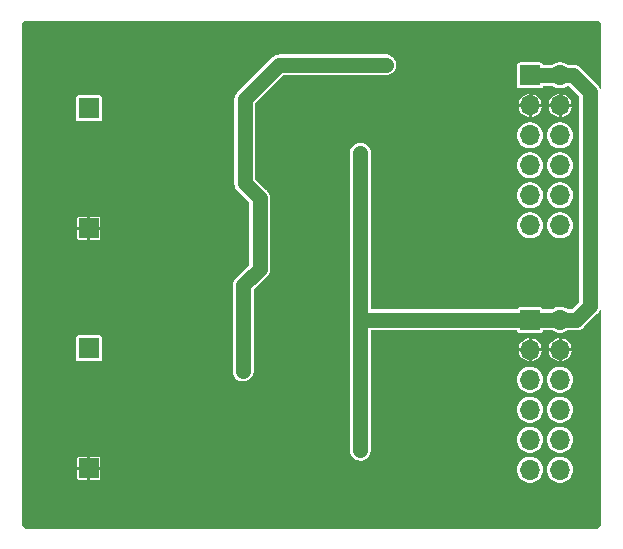
<source format=gbr>
G04 #@! TF.GenerationSoftware,KiCad,Pcbnew,7.0.6*
G04 #@! TF.CreationDate,2023-08-11T00:36:40+02:00*
G04 #@! TF.ProjectId,ADS868_Test,41445338-3638-45f5-9465-73742e6b6963,rev?*
G04 #@! TF.SameCoordinates,Original*
G04 #@! TF.FileFunction,Copper,L2,Bot*
G04 #@! TF.FilePolarity,Positive*
%FSLAX46Y46*%
G04 Gerber Fmt 4.6, Leading zero omitted, Abs format (unit mm)*
G04 Created by KiCad (PCBNEW 7.0.6) date 2023-08-11 00:36:40*
%MOMM*%
%LPD*%
G01*
G04 APERTURE LIST*
G04 #@! TA.AperFunction,ComponentPad*
%ADD10R,1.700000X1.700000*%
G04 #@! TD*
G04 #@! TA.AperFunction,ComponentPad*
%ADD11O,1.700000X1.700000*%
G04 #@! TD*
G04 #@! TA.AperFunction,ViaPad*
%ADD12C,0.500000*%
G04 #@! TD*
G04 #@! TA.AperFunction,Conductor*
%ADD13C,1.247000*%
G04 #@! TD*
G04 APERTURE END LIST*
D10*
G04 #@! TO.P,J105,1,Pin_1*
G04 #@! TO.N,+3V3*
X141500000Y-55630000D03*
D11*
G04 #@! TO.P,J105,2,Pin_2*
X144040000Y-55630000D03*
G04 #@! TO.P,J105,3,Pin_3*
G04 #@! TO.N,GND*
X141500000Y-58170000D03*
G04 #@! TO.P,J105,4,Pin_4*
X144040000Y-58170000D03*
G04 #@! TO.P,J105,5,Pin_5*
G04 #@! TO.N,/ADC1_RVS*
X141500000Y-60710000D03*
G04 #@! TO.P,J105,6,Pin_6*
G04 #@! TO.N,/ADC1_SDO-1*
X144040000Y-60710000D03*
G04 #@! TO.P,J105,7,Pin_7*
G04 #@! TO.N,/ADC1_SDO-0*
X141500000Y-63250000D03*
G04 #@! TO.P,J105,8,Pin_8*
G04 #@! TO.N,/ADC1_SCLK*
X144040000Y-63250000D03*
G04 #@! TO.P,J105,9,Pin_9*
G04 #@! TO.N,/ADC1_~{CS}*
X141500000Y-65790000D03*
G04 #@! TO.P,J105,10,Pin_10*
G04 #@! TO.N,/ADC1_SDI*
X144040000Y-65790000D03*
G04 #@! TO.P,J105,11,Pin_11*
G04 #@! TO.N,unconnected-(J105-Pin_11-Pad11)*
X141500000Y-68330000D03*
G04 #@! TO.P,J105,12,Pin_12*
G04 #@! TO.N,unconnected-(J105-Pin_12-Pad12)*
X144040000Y-68330000D03*
G04 #@! TD*
D10*
G04 #@! TO.P,J101,1,Pin_1*
G04 #@! TO.N,Net-(J101-Pin_1)*
X104140000Y-58420000D03*
G04 #@! TD*
G04 #@! TO.P,J104,1,Pin_1*
G04 #@! TO.N,GND*
X104140000Y-88900000D03*
G04 #@! TD*
G04 #@! TO.P,J106,1,Pin_1*
G04 #@! TO.N,+3V3*
X141500000Y-76320000D03*
D11*
G04 #@! TO.P,J106,2,Pin_2*
X144040000Y-76320000D03*
G04 #@! TO.P,J106,3,Pin_3*
G04 #@! TO.N,GND*
X141500000Y-78860000D03*
G04 #@! TO.P,J106,4,Pin_4*
X144040000Y-78860000D03*
G04 #@! TO.P,J106,5,Pin_5*
G04 #@! TO.N,/ADC2_RVS*
X141500000Y-81400000D03*
G04 #@! TO.P,J106,6,Pin_6*
G04 #@! TO.N,/ADC2_SDO-1*
X144040000Y-81400000D03*
G04 #@! TO.P,J106,7,Pin_7*
G04 #@! TO.N,/ADC2_SDO-0*
X141500000Y-83940000D03*
G04 #@! TO.P,J106,8,Pin_8*
G04 #@! TO.N,/ADC2_SCLK*
X144040000Y-83940000D03*
G04 #@! TO.P,J106,9,Pin_9*
G04 #@! TO.N,/ADC2_~{CS}*
X141500000Y-86480000D03*
G04 #@! TO.P,J106,10,Pin_10*
G04 #@! TO.N,/ADC2_SDI*
X144040000Y-86480000D03*
G04 #@! TO.P,J106,11,Pin_11*
G04 #@! TO.N,unconnected-(J106-Pin_11-Pad11)*
X141500000Y-89020000D03*
G04 #@! TO.P,J106,12,Pin_12*
G04 #@! TO.N,unconnected-(J106-Pin_12-Pad12)*
X144040000Y-89020000D03*
G04 #@! TD*
D10*
G04 #@! TO.P,J103,1,Pin_1*
G04 #@! TO.N,Net-(J103-Pin_1)*
X104140000Y-78740000D03*
G04 #@! TD*
G04 #@! TO.P,J102,1,Pin_1*
G04 #@! TO.N,GND*
X104140000Y-68580000D03*
G04 #@! TD*
D12*
G04 #@! TO.N,+5V*
X129286000Y-54737000D03*
X117348000Y-63881000D03*
G04 #@! TO.N,GND*
X130937000Y-56515000D03*
X135255000Y-56515000D03*
G04 #@! TO.N,+3V3*
X127127000Y-62230000D03*
X127127000Y-70358000D03*
G04 #@! TO.N,+5V*
X117203000Y-80663000D03*
G04 #@! TO.N,+3V3*
X127127000Y-79121000D03*
X127127000Y-87376000D03*
G04 #@! TO.N,GND*
X117000000Y-68800000D03*
X120015000Y-63246000D03*
X120015000Y-64516000D03*
X120015000Y-65786000D03*
X120142000Y-80137000D03*
X120142000Y-81407000D03*
X120142000Y-82677000D03*
X118200000Y-85800000D03*
G04 #@! TD*
D13*
G04 #@! TO.N,+5V*
X117203000Y-80663000D02*
X117221000Y-80645000D01*
X117221000Y-80645000D02*
X117221000Y-73406000D01*
X117221000Y-73406000D02*
X118618000Y-72009000D01*
X118618000Y-72009000D02*
X118618000Y-66040000D01*
X118618000Y-66040000D02*
X117348000Y-64770000D01*
X117348000Y-64770000D02*
X117348000Y-63881000D01*
X129286000Y-54737000D02*
X120269000Y-54737000D01*
X120269000Y-54737000D02*
X117348000Y-57658000D01*
X117348000Y-57658000D02*
X117348000Y-63881000D01*
G04 #@! TO.N,+3V3*
X144040000Y-76320000D02*
X145422000Y-76320000D01*
X145422000Y-76320000D02*
X146558000Y-75184000D01*
X146558000Y-75184000D02*
X146558000Y-57023000D01*
X146558000Y-57023000D02*
X145165000Y-55630000D01*
X145165000Y-55630000D02*
X144040000Y-55630000D01*
X144040000Y-55630000D02*
X141500000Y-55630000D01*
X127127000Y-79121000D02*
X127127000Y-76200000D01*
X127127000Y-76200000D02*
X127127000Y-70358000D01*
X144040000Y-76320000D02*
X127247000Y-76320000D01*
X127247000Y-76320000D02*
X127127000Y-76200000D01*
X127127000Y-70358000D02*
X127127000Y-62230000D01*
X127127000Y-87376000D02*
X127127000Y-79121000D01*
G04 #@! TD*
G04 #@! TA.AperFunction,Conductor*
G04 #@! TO.N,GND*
G36*
X147264306Y-51018306D02*
G01*
X147481694Y-51235694D01*
X147500000Y-51279888D01*
X147500000Y-56687770D01*
X147481694Y-56731964D01*
X147437500Y-56750270D01*
X147393306Y-56731964D01*
X147378272Y-56707727D01*
X147359550Y-56652164D01*
X147356418Y-56646959D01*
X147351304Y-56636287D01*
X147349213Y-56630594D01*
X147304192Y-56560159D01*
X147303078Y-56558307D01*
X147261092Y-56488525D01*
X147261090Y-56488522D01*
X147256916Y-56484115D01*
X147249633Y-56474799D01*
X147246365Y-56469687D01*
X147246361Y-56469682D01*
X147246360Y-56469680D01*
X147187236Y-56410556D01*
X147129757Y-56349875D01*
X147124731Y-56346468D01*
X147115612Y-56338932D01*
X145811977Y-55035298D01*
X145810256Y-55033432D01*
X145772360Y-54988817D01*
X145705797Y-54938217D01*
X145640651Y-54885851D01*
X145640649Y-54885850D01*
X145635206Y-54883150D01*
X145625161Y-54876919D01*
X145620325Y-54873243D01*
X145544455Y-54838142D01*
X145469561Y-54800997D01*
X145469556Y-54800996D01*
X145463659Y-54799529D01*
X145452508Y-54795603D01*
X145447002Y-54793056D01*
X145447000Y-54793055D01*
X145365361Y-54775084D01*
X145284227Y-54754907D01*
X145278156Y-54754743D01*
X145266418Y-54753305D01*
X145260489Y-54752000D01*
X145260488Y-54752000D01*
X145176891Y-54752000D01*
X145174742Y-54751941D01*
X145093324Y-54749735D01*
X145093322Y-54749736D01*
X145087361Y-54750880D01*
X145075582Y-54752000D01*
X144737851Y-54752000D01*
X144704949Y-54742639D01*
X144534427Y-54637056D01*
X144534425Y-54637055D01*
X144429781Y-54596516D01*
X144343556Y-54563112D01*
X144343553Y-54563111D01*
X144343552Y-54563111D01*
X144142351Y-54525500D01*
X144142347Y-54525500D01*
X143937653Y-54525500D01*
X143937648Y-54525500D01*
X143736447Y-54563111D01*
X143545574Y-54637055D01*
X143475092Y-54680696D01*
X143389498Y-54733694D01*
X143375051Y-54742639D01*
X143342149Y-54752000D01*
X142655208Y-54752000D01*
X142611014Y-54733694D01*
X142593909Y-54701691D01*
X142589734Y-54680701D01*
X142589734Y-54680699D01*
X142589732Y-54680696D01*
X142533484Y-54596515D01*
X142449302Y-54540266D01*
X142449300Y-54540265D01*
X142375067Y-54525500D01*
X140624935Y-54525500D01*
X140624931Y-54525501D01*
X140550700Y-54540265D01*
X140550696Y-54540267D01*
X140466515Y-54596515D01*
X140410266Y-54680697D01*
X140410265Y-54680699D01*
X140395500Y-54754932D01*
X140395500Y-56505064D01*
X140395501Y-56505068D01*
X140410265Y-56579299D01*
X140410267Y-56579303D01*
X140466515Y-56663484D01*
X140550697Y-56719733D01*
X140550699Y-56719734D01*
X140624933Y-56734500D01*
X142375066Y-56734499D01*
X142449301Y-56719734D01*
X142533484Y-56663484D01*
X142589734Y-56579301D01*
X142593910Y-56558306D01*
X142620486Y-56518533D01*
X142655209Y-56508000D01*
X143342149Y-56508000D01*
X143375050Y-56517360D01*
X143545573Y-56622944D01*
X143736444Y-56696888D01*
X143937653Y-56734500D01*
X143937656Y-56734500D01*
X144142344Y-56734500D01*
X144142347Y-56734500D01*
X144343556Y-56696888D01*
X144534427Y-56622944D01*
X144704949Y-56517360D01*
X144737851Y-56508000D01*
X144775432Y-56508000D01*
X144819626Y-56526306D01*
X145661694Y-57368373D01*
X145680000Y-57412567D01*
X145680000Y-74794432D01*
X145661694Y-74838626D01*
X145076627Y-75423694D01*
X145032433Y-75442000D01*
X144737851Y-75442000D01*
X144704949Y-75432639D01*
X144703056Y-75431467D01*
X144534427Y-75327056D01*
X144534425Y-75327055D01*
X144429781Y-75286516D01*
X144343556Y-75253112D01*
X144343553Y-75253111D01*
X144343552Y-75253111D01*
X144142351Y-75215500D01*
X144142347Y-75215500D01*
X143937653Y-75215500D01*
X143937648Y-75215500D01*
X143736447Y-75253111D01*
X143545574Y-75327055D01*
X143475092Y-75370696D01*
X143389498Y-75423694D01*
X143375051Y-75432639D01*
X143342149Y-75442000D01*
X142655208Y-75442000D01*
X142611014Y-75423694D01*
X142593909Y-75391691D01*
X142589734Y-75370701D01*
X142589734Y-75370699D01*
X142589732Y-75370696D01*
X142533484Y-75286515D01*
X142449302Y-75230266D01*
X142449300Y-75230265D01*
X142375067Y-75215500D01*
X140624935Y-75215500D01*
X140624931Y-75215501D01*
X140550700Y-75230265D01*
X140550696Y-75230267D01*
X140466515Y-75286515D01*
X140410266Y-75370697D01*
X140410265Y-75370699D01*
X140406090Y-75391693D01*
X140379514Y-75431467D01*
X140344791Y-75442000D01*
X128067500Y-75442000D01*
X128023306Y-75423694D01*
X128005000Y-75379500D01*
X128005000Y-68330004D01*
X140390768Y-68330004D01*
X140409653Y-68533813D01*
X140409655Y-68533825D01*
X140465671Y-68730701D01*
X140465672Y-68730701D01*
X140556912Y-68913935D01*
X140556913Y-68913936D01*
X140556915Y-68913940D01*
X140680259Y-69077275D01*
X140680264Y-69077280D01*
X140680268Y-69077285D01*
X140782870Y-69170819D01*
X140831533Y-69215182D01*
X140831534Y-69215183D01*
X140831538Y-69215186D01*
X141005573Y-69322944D01*
X141196444Y-69396888D01*
X141397653Y-69434500D01*
X141397656Y-69434500D01*
X141602344Y-69434500D01*
X141602347Y-69434500D01*
X141803556Y-69396888D01*
X141994427Y-69322944D01*
X142168462Y-69215186D01*
X142319732Y-69077285D01*
X142443088Y-68913935D01*
X142534328Y-68730701D01*
X142590345Y-68533821D01*
X142590346Y-68533813D01*
X142609232Y-68330004D01*
X142930768Y-68330004D01*
X142949653Y-68533813D01*
X142949655Y-68533825D01*
X143005672Y-68730701D01*
X143096912Y-68913935D01*
X143096913Y-68913936D01*
X143096915Y-68913940D01*
X143220259Y-69077275D01*
X143220264Y-69077280D01*
X143220268Y-69077285D01*
X143322870Y-69170819D01*
X143371533Y-69215182D01*
X143371534Y-69215183D01*
X143371538Y-69215186D01*
X143545573Y-69322944D01*
X143736444Y-69396888D01*
X143937653Y-69434500D01*
X143937656Y-69434500D01*
X144142344Y-69434500D01*
X144142347Y-69434500D01*
X144343556Y-69396888D01*
X144534427Y-69322944D01*
X144708462Y-69215186D01*
X144859732Y-69077285D01*
X144983088Y-68913935D01*
X145074328Y-68730701D01*
X145130345Y-68533821D01*
X145130346Y-68533813D01*
X145149232Y-68330004D01*
X145149232Y-68329995D01*
X145130346Y-68126186D01*
X145130344Y-68126174D01*
X145109542Y-68053066D01*
X145074328Y-67929299D01*
X144983088Y-67746065D01*
X144983085Y-67746061D01*
X144983084Y-67746059D01*
X144859740Y-67582724D01*
X144859735Y-67582719D01*
X144859732Y-67582715D01*
X144764834Y-67496204D01*
X144708466Y-67444817D01*
X144708463Y-67444815D01*
X144708462Y-67444814D01*
X144534427Y-67337056D01*
X144534425Y-67337055D01*
X144478948Y-67315563D01*
X144343556Y-67263112D01*
X144343553Y-67263111D01*
X144343552Y-67263111D01*
X144142351Y-67225500D01*
X144142347Y-67225500D01*
X143937653Y-67225500D01*
X143937648Y-67225500D01*
X143736447Y-67263111D01*
X143545574Y-67337055D01*
X143371533Y-67444817D01*
X143220266Y-67582717D01*
X143220259Y-67582724D01*
X143096915Y-67746059D01*
X143096912Y-67746065D01*
X143005672Y-67929298D01*
X142949655Y-68126174D01*
X142949653Y-68126186D01*
X142930768Y-68329995D01*
X142930768Y-68330004D01*
X142609232Y-68330004D01*
X142609232Y-68329995D01*
X142590346Y-68126186D01*
X142590344Y-68126174D01*
X142569542Y-68053066D01*
X142534328Y-67929299D01*
X142443088Y-67746065D01*
X142443085Y-67746061D01*
X142443084Y-67746059D01*
X142319740Y-67582724D01*
X142319735Y-67582719D01*
X142319732Y-67582715D01*
X142224834Y-67496204D01*
X142168466Y-67444817D01*
X142168463Y-67444815D01*
X142168462Y-67444814D01*
X141994427Y-67337056D01*
X141994425Y-67337055D01*
X141938948Y-67315563D01*
X141803556Y-67263112D01*
X141803553Y-67263111D01*
X141803552Y-67263111D01*
X141602351Y-67225500D01*
X141602347Y-67225500D01*
X141397653Y-67225500D01*
X141397648Y-67225500D01*
X141196447Y-67263111D01*
X141005574Y-67337055D01*
X140831533Y-67444817D01*
X140680266Y-67582717D01*
X140680259Y-67582724D01*
X140556915Y-67746059D01*
X140556912Y-67746065D01*
X140465672Y-67929298D01*
X140409655Y-68126174D01*
X140409653Y-68126186D01*
X140390768Y-68329995D01*
X140390768Y-68330004D01*
X128005000Y-68330004D01*
X128005000Y-65790004D01*
X140390768Y-65790004D01*
X140409653Y-65993813D01*
X140409655Y-65993825D01*
X140465671Y-66190701D01*
X140465672Y-66190701D01*
X140556912Y-66373935D01*
X140556913Y-66373936D01*
X140556915Y-66373940D01*
X140680259Y-66537275D01*
X140680264Y-66537280D01*
X140680268Y-66537285D01*
X140782870Y-66630819D01*
X140831533Y-66675182D01*
X140831534Y-66675183D01*
X140831538Y-66675186D01*
X141005573Y-66782944D01*
X141196444Y-66856888D01*
X141397653Y-66894500D01*
X141397656Y-66894500D01*
X141602344Y-66894500D01*
X141602347Y-66894500D01*
X141803556Y-66856888D01*
X141994427Y-66782944D01*
X142168462Y-66675186D01*
X142319732Y-66537285D01*
X142443088Y-66373935D01*
X142534328Y-66190701D01*
X142590345Y-65993821D01*
X142603659Y-65850141D01*
X142609232Y-65790004D01*
X142930768Y-65790004D01*
X142949653Y-65993813D01*
X142949655Y-65993825D01*
X143005672Y-66190701D01*
X143096912Y-66373935D01*
X143096913Y-66373936D01*
X143096915Y-66373940D01*
X143220259Y-66537275D01*
X143220264Y-66537280D01*
X143220268Y-66537285D01*
X143322870Y-66630819D01*
X143371533Y-66675182D01*
X143371534Y-66675183D01*
X143371538Y-66675186D01*
X143545573Y-66782944D01*
X143736444Y-66856888D01*
X143937653Y-66894500D01*
X143937656Y-66894500D01*
X144142344Y-66894500D01*
X144142347Y-66894500D01*
X144343556Y-66856888D01*
X144534427Y-66782944D01*
X144708462Y-66675186D01*
X144859732Y-66537285D01*
X144983088Y-66373935D01*
X145074328Y-66190701D01*
X145130345Y-65993821D01*
X145143659Y-65850141D01*
X145149232Y-65790004D01*
X145149232Y-65789995D01*
X145130346Y-65586186D01*
X145130344Y-65586174D01*
X145091560Y-65449864D01*
X145074328Y-65389299D01*
X144983088Y-65206065D01*
X144983085Y-65206061D01*
X144983084Y-65206059D01*
X144859740Y-65042724D01*
X144859735Y-65042719D01*
X144859732Y-65042715D01*
X144764834Y-64956204D01*
X144708466Y-64904817D01*
X144708463Y-64904815D01*
X144708462Y-64904814D01*
X144534427Y-64797056D01*
X144534425Y-64797055D01*
X144478948Y-64775563D01*
X144343556Y-64723112D01*
X144343553Y-64723111D01*
X144343552Y-64723111D01*
X144142351Y-64685500D01*
X144142347Y-64685500D01*
X143937653Y-64685500D01*
X143937648Y-64685500D01*
X143736447Y-64723111D01*
X143545574Y-64797055D01*
X143371533Y-64904817D01*
X143220266Y-65042717D01*
X143220259Y-65042724D01*
X143096915Y-65206059D01*
X143096912Y-65206065D01*
X143005672Y-65389298D01*
X142949655Y-65586174D01*
X142949653Y-65586186D01*
X142930768Y-65789995D01*
X142930768Y-65790004D01*
X142609232Y-65790004D01*
X142609232Y-65789995D01*
X142590346Y-65586186D01*
X142590344Y-65586174D01*
X142551560Y-65449864D01*
X142534328Y-65389299D01*
X142443088Y-65206065D01*
X142443085Y-65206061D01*
X142443084Y-65206059D01*
X142319740Y-65042724D01*
X142319735Y-65042719D01*
X142319732Y-65042715D01*
X142224834Y-64956204D01*
X142168466Y-64904817D01*
X142168463Y-64904815D01*
X142168462Y-64904814D01*
X141994427Y-64797056D01*
X141994425Y-64797055D01*
X141938948Y-64775563D01*
X141803556Y-64723112D01*
X141803553Y-64723111D01*
X141803552Y-64723111D01*
X141602351Y-64685500D01*
X141602347Y-64685500D01*
X141397653Y-64685500D01*
X141397648Y-64685500D01*
X141196447Y-64723111D01*
X141005574Y-64797055D01*
X140831533Y-64904817D01*
X140680266Y-65042717D01*
X140680259Y-65042724D01*
X140556915Y-65206059D01*
X140556912Y-65206065D01*
X140465672Y-65389298D01*
X140409655Y-65586174D01*
X140409653Y-65586186D01*
X140390768Y-65789995D01*
X140390768Y-65790004D01*
X128005000Y-65790004D01*
X128005000Y-63250004D01*
X140390768Y-63250004D01*
X140409653Y-63453813D01*
X140409655Y-63453825D01*
X140465671Y-63650700D01*
X140465672Y-63650701D01*
X140556912Y-63833935D01*
X140556913Y-63833936D01*
X140556915Y-63833940D01*
X140680259Y-63997275D01*
X140680264Y-63997280D01*
X140680268Y-63997285D01*
X140782870Y-64090819D01*
X140831533Y-64135182D01*
X140831534Y-64135183D01*
X140831538Y-64135186D01*
X141005573Y-64242944D01*
X141196444Y-64316888D01*
X141397653Y-64354500D01*
X141397656Y-64354500D01*
X141602344Y-64354500D01*
X141602347Y-64354500D01*
X141803556Y-64316888D01*
X141994427Y-64242944D01*
X142168462Y-64135186D01*
X142319732Y-63997285D01*
X142443088Y-63833935D01*
X142534328Y-63650701D01*
X142590345Y-63453821D01*
X142609232Y-63250004D01*
X142930768Y-63250004D01*
X142949653Y-63453813D01*
X142949655Y-63453825D01*
X143005672Y-63650700D01*
X143005672Y-63650701D01*
X143096912Y-63833935D01*
X143096913Y-63833936D01*
X143096915Y-63833940D01*
X143220259Y-63997275D01*
X143220264Y-63997280D01*
X143220268Y-63997285D01*
X143322870Y-64090819D01*
X143371533Y-64135182D01*
X143371534Y-64135183D01*
X143371538Y-64135186D01*
X143545573Y-64242944D01*
X143736444Y-64316888D01*
X143937653Y-64354500D01*
X143937656Y-64354500D01*
X144142344Y-64354500D01*
X144142347Y-64354500D01*
X144343556Y-64316888D01*
X144534427Y-64242944D01*
X144708462Y-64135186D01*
X144859732Y-63997285D01*
X144983088Y-63833935D01*
X145074328Y-63650701D01*
X145130345Y-63453821D01*
X145149232Y-63250000D01*
X145130345Y-63046179D01*
X145074328Y-62849299D01*
X144983088Y-62666065D01*
X144983085Y-62666061D01*
X144983084Y-62666059D01*
X144859740Y-62502724D01*
X144859735Y-62502719D01*
X144859732Y-62502715D01*
X144764834Y-62416204D01*
X144708466Y-62364817D01*
X144708463Y-62364815D01*
X144708462Y-62364814D01*
X144534427Y-62257056D01*
X144534425Y-62257055D01*
X144478948Y-62235563D01*
X144343556Y-62183112D01*
X144343553Y-62183111D01*
X144343552Y-62183111D01*
X144142351Y-62145500D01*
X144142347Y-62145500D01*
X143937653Y-62145500D01*
X143937648Y-62145500D01*
X143736447Y-62183111D01*
X143545574Y-62257055D01*
X143371533Y-62364817D01*
X143220266Y-62502717D01*
X143220259Y-62502724D01*
X143096915Y-62666059D01*
X143096912Y-62666065D01*
X143005672Y-62849298D01*
X142949655Y-63046174D01*
X142949653Y-63046186D01*
X142930768Y-63249995D01*
X142930768Y-63250004D01*
X142609232Y-63250004D01*
X142609232Y-63250000D01*
X142590345Y-63046179D01*
X142534328Y-62849299D01*
X142443088Y-62666065D01*
X142443085Y-62666061D01*
X142443084Y-62666059D01*
X142319740Y-62502724D01*
X142319735Y-62502719D01*
X142319732Y-62502715D01*
X142224834Y-62416204D01*
X142168466Y-62364817D01*
X142168463Y-62364815D01*
X142168462Y-62364814D01*
X141994427Y-62257056D01*
X141994425Y-62257055D01*
X141938948Y-62235563D01*
X141803556Y-62183112D01*
X141803553Y-62183111D01*
X141803552Y-62183111D01*
X141602351Y-62145500D01*
X141602347Y-62145500D01*
X141397653Y-62145500D01*
X141397648Y-62145500D01*
X141196447Y-62183111D01*
X141005574Y-62257055D01*
X140831533Y-62364817D01*
X140680266Y-62502717D01*
X140680259Y-62502724D01*
X140556915Y-62666059D01*
X140556912Y-62666065D01*
X140465672Y-62849298D01*
X140409655Y-63046174D01*
X140409653Y-63046186D01*
X140390768Y-63249995D01*
X140390768Y-63250004D01*
X128005000Y-63250004D01*
X128005000Y-62182401D01*
X128005000Y-62182398D01*
X127989529Y-62040143D01*
X127989527Y-62040137D01*
X127928550Y-61859163D01*
X127830092Y-61695525D01*
X127823824Y-61688908D01*
X127698757Y-61556876D01*
X127540688Y-61449702D01*
X127540685Y-61449700D01*
X127540684Y-61449700D01*
X127363282Y-61379017D01*
X127363278Y-61379016D01*
X127363275Y-61379015D01*
X127174814Y-61348118D01*
X127174813Y-61348118D01*
X127174807Y-61348117D01*
X126984124Y-61358457D01*
X126984119Y-61358457D01*
X126984118Y-61358458D01*
X126910074Y-61379016D01*
X126800098Y-61409550D01*
X126800096Y-61409551D01*
X126631371Y-61499004D01*
X126485817Y-61622640D01*
X126370243Y-61774673D01*
X126290055Y-61947999D01*
X126290055Y-61948000D01*
X126269773Y-62040143D01*
X126249000Y-62134514D01*
X126249000Y-76163042D01*
X126248897Y-76165579D01*
X126244147Y-76223914D01*
X126248713Y-76257431D01*
X126248999Y-76261654D01*
X126249000Y-79025512D01*
X126249000Y-87423602D01*
X126264471Y-87565857D01*
X126264472Y-87565862D01*
X126325449Y-87746836D01*
X126423907Y-87910474D01*
X126423909Y-87910476D01*
X126555243Y-88049124D01*
X126713312Y-88156298D01*
X126713315Y-88156299D01*
X126814084Y-88196449D01*
X126890725Y-88226985D01*
X127079186Y-88257882D01*
X127269882Y-88247542D01*
X127453898Y-88196451D01*
X127622628Y-88106996D01*
X127768183Y-87983360D01*
X127883757Y-87831325D01*
X127963945Y-87658000D01*
X128005000Y-87471488D01*
X128005000Y-86480004D01*
X140390768Y-86480004D01*
X140409653Y-86683813D01*
X140409655Y-86683825D01*
X140465671Y-86880701D01*
X140465672Y-86880701D01*
X140556912Y-87063935D01*
X140556913Y-87063936D01*
X140556915Y-87063940D01*
X140680259Y-87227275D01*
X140680264Y-87227280D01*
X140680268Y-87227285D01*
X140782870Y-87320819D01*
X140831533Y-87365182D01*
X140831534Y-87365183D01*
X140831538Y-87365186D01*
X141005573Y-87472944D01*
X141196444Y-87546888D01*
X141397653Y-87584500D01*
X141397656Y-87584500D01*
X141602344Y-87584500D01*
X141602347Y-87584500D01*
X141803556Y-87546888D01*
X141994427Y-87472944D01*
X142168462Y-87365186D01*
X142319732Y-87227285D01*
X142443088Y-87063935D01*
X142534328Y-86880701D01*
X142590345Y-86683821D01*
X142609232Y-86480004D01*
X142930768Y-86480004D01*
X142949653Y-86683813D01*
X142949655Y-86683825D01*
X143005672Y-86880701D01*
X143096912Y-87063935D01*
X143096913Y-87063936D01*
X143096915Y-87063940D01*
X143220259Y-87227275D01*
X143220264Y-87227280D01*
X143220268Y-87227285D01*
X143322870Y-87320819D01*
X143371533Y-87365182D01*
X143371534Y-87365183D01*
X143371538Y-87365186D01*
X143545573Y-87472944D01*
X143736444Y-87546888D01*
X143937653Y-87584500D01*
X143937656Y-87584500D01*
X144142344Y-87584500D01*
X144142347Y-87584500D01*
X144343556Y-87546888D01*
X144534427Y-87472944D01*
X144708462Y-87365186D01*
X144859732Y-87227285D01*
X144983088Y-87063935D01*
X145074328Y-86880701D01*
X145130345Y-86683821D01*
X145149232Y-86480000D01*
X145130345Y-86276179D01*
X145074328Y-86079299D01*
X144983088Y-85896065D01*
X144983085Y-85896061D01*
X144983084Y-85896059D01*
X144859740Y-85732724D01*
X144859735Y-85732719D01*
X144859732Y-85732715D01*
X144764834Y-85646204D01*
X144708466Y-85594817D01*
X144708463Y-85594815D01*
X144708462Y-85594814D01*
X144534427Y-85487056D01*
X144534425Y-85487055D01*
X144478948Y-85465563D01*
X144343556Y-85413112D01*
X144343553Y-85413111D01*
X144343552Y-85413111D01*
X144142351Y-85375500D01*
X144142347Y-85375500D01*
X143937653Y-85375500D01*
X143937648Y-85375500D01*
X143736447Y-85413111D01*
X143545574Y-85487055D01*
X143371533Y-85594817D01*
X143220266Y-85732717D01*
X143220259Y-85732724D01*
X143096915Y-85896059D01*
X143096912Y-85896065D01*
X143005672Y-86079298D01*
X142949655Y-86276174D01*
X142949653Y-86276186D01*
X142930768Y-86479995D01*
X142930768Y-86480004D01*
X142609232Y-86480004D01*
X142609232Y-86480000D01*
X142590345Y-86276179D01*
X142534328Y-86079299D01*
X142443088Y-85896065D01*
X142443085Y-85896061D01*
X142443084Y-85896059D01*
X142319740Y-85732724D01*
X142319735Y-85732719D01*
X142319732Y-85732715D01*
X142224834Y-85646204D01*
X142168466Y-85594817D01*
X142168463Y-85594815D01*
X142168462Y-85594814D01*
X141994427Y-85487056D01*
X141994425Y-85487055D01*
X141938948Y-85465563D01*
X141803556Y-85413112D01*
X141803553Y-85413111D01*
X141803552Y-85413111D01*
X141602351Y-85375500D01*
X141602347Y-85375500D01*
X141397653Y-85375500D01*
X141397648Y-85375500D01*
X141196447Y-85413111D01*
X141005574Y-85487055D01*
X140831533Y-85594817D01*
X140680266Y-85732717D01*
X140680259Y-85732724D01*
X140556915Y-85896059D01*
X140556912Y-85896065D01*
X140465672Y-86079298D01*
X140409655Y-86276174D01*
X140409653Y-86276186D01*
X140390768Y-86479995D01*
X140390768Y-86480004D01*
X128005000Y-86480004D01*
X128005000Y-83940004D01*
X140390768Y-83940004D01*
X140409653Y-84143813D01*
X140409655Y-84143825D01*
X140465672Y-84340701D01*
X140556912Y-84523935D01*
X140556913Y-84523936D01*
X140556915Y-84523940D01*
X140680259Y-84687275D01*
X140680264Y-84687280D01*
X140680268Y-84687285D01*
X140782870Y-84780819D01*
X140831533Y-84825182D01*
X140831534Y-84825183D01*
X140831538Y-84825186D01*
X141005573Y-84932944D01*
X141196444Y-85006888D01*
X141397653Y-85044500D01*
X141397656Y-85044500D01*
X141602344Y-85044500D01*
X141602347Y-85044500D01*
X141803556Y-85006888D01*
X141994427Y-84932944D01*
X142168462Y-84825186D01*
X142319732Y-84687285D01*
X142443088Y-84523935D01*
X142534328Y-84340701D01*
X142590345Y-84143821D01*
X142609232Y-83940004D01*
X142930768Y-83940004D01*
X142949653Y-84143813D01*
X142949655Y-84143825D01*
X143005672Y-84340700D01*
X143005672Y-84340701D01*
X143096912Y-84523935D01*
X143096913Y-84523936D01*
X143096915Y-84523940D01*
X143220259Y-84687275D01*
X143220264Y-84687280D01*
X143220268Y-84687285D01*
X143322870Y-84780819D01*
X143371533Y-84825182D01*
X143371534Y-84825183D01*
X143371538Y-84825186D01*
X143545573Y-84932944D01*
X143736444Y-85006888D01*
X143937653Y-85044500D01*
X143937656Y-85044500D01*
X144142344Y-85044500D01*
X144142347Y-85044500D01*
X144343556Y-85006888D01*
X144534427Y-84932944D01*
X144708462Y-84825186D01*
X144859732Y-84687285D01*
X144983088Y-84523935D01*
X145074328Y-84340701D01*
X145130345Y-84143821D01*
X145149232Y-83940000D01*
X145130345Y-83736179D01*
X145074328Y-83539299D01*
X144983088Y-83356065D01*
X144983085Y-83356061D01*
X144983084Y-83356059D01*
X144859740Y-83192724D01*
X144859735Y-83192719D01*
X144859732Y-83192715D01*
X144764834Y-83106204D01*
X144708466Y-83054817D01*
X144708463Y-83054815D01*
X144708462Y-83054814D01*
X144534427Y-82947056D01*
X144534425Y-82947055D01*
X144478948Y-82925563D01*
X144343556Y-82873112D01*
X144343553Y-82873111D01*
X144343552Y-82873111D01*
X144142351Y-82835500D01*
X144142347Y-82835500D01*
X143937653Y-82835500D01*
X143937648Y-82835500D01*
X143736447Y-82873111D01*
X143545574Y-82947055D01*
X143371533Y-83054817D01*
X143220266Y-83192717D01*
X143220259Y-83192724D01*
X143096915Y-83356059D01*
X143096912Y-83356065D01*
X143005672Y-83539298D01*
X142949655Y-83736174D01*
X142949653Y-83736186D01*
X142930768Y-83939995D01*
X142930768Y-83940004D01*
X142609232Y-83940004D01*
X142609232Y-83940000D01*
X142590345Y-83736179D01*
X142534328Y-83539299D01*
X142443088Y-83356065D01*
X142443085Y-83356061D01*
X142443084Y-83356059D01*
X142319740Y-83192724D01*
X142319735Y-83192719D01*
X142319732Y-83192715D01*
X142224834Y-83106204D01*
X142168466Y-83054817D01*
X142168463Y-83054815D01*
X142168462Y-83054814D01*
X141994427Y-82947056D01*
X141994425Y-82947055D01*
X141938948Y-82925563D01*
X141803556Y-82873112D01*
X141803553Y-82873111D01*
X141803552Y-82873111D01*
X141602351Y-82835500D01*
X141602347Y-82835500D01*
X141397653Y-82835500D01*
X141397648Y-82835500D01*
X141196447Y-82873111D01*
X141005574Y-82947055D01*
X140831533Y-83054817D01*
X140680266Y-83192717D01*
X140680259Y-83192724D01*
X140556915Y-83356059D01*
X140556912Y-83356065D01*
X140465672Y-83539298D01*
X140409655Y-83736174D01*
X140409653Y-83736186D01*
X140390768Y-83939995D01*
X140390768Y-83940004D01*
X128005000Y-83940004D01*
X128005000Y-81400004D01*
X140390768Y-81400004D01*
X140409653Y-81603813D01*
X140409655Y-81603825D01*
X140465671Y-81800700D01*
X140465672Y-81800701D01*
X140556912Y-81983935D01*
X140556913Y-81983936D01*
X140556915Y-81983940D01*
X140680259Y-82147275D01*
X140680264Y-82147280D01*
X140680268Y-82147285D01*
X140782870Y-82240819D01*
X140831533Y-82285182D01*
X140831534Y-82285183D01*
X140831538Y-82285186D01*
X141005573Y-82392944D01*
X141196444Y-82466888D01*
X141397653Y-82504500D01*
X141397656Y-82504500D01*
X141602344Y-82504500D01*
X141602347Y-82504500D01*
X141803556Y-82466888D01*
X141994427Y-82392944D01*
X142168462Y-82285186D01*
X142319732Y-82147285D01*
X142443088Y-81983935D01*
X142534328Y-81800701D01*
X142590345Y-81603821D01*
X142602347Y-81474299D01*
X142609232Y-81400004D01*
X142930768Y-81400004D01*
X142949653Y-81603813D01*
X142949655Y-81603825D01*
X143005671Y-81800701D01*
X143005672Y-81800701D01*
X143096912Y-81983935D01*
X143096913Y-81983936D01*
X143096915Y-81983940D01*
X143220259Y-82147275D01*
X143220264Y-82147280D01*
X143220268Y-82147285D01*
X143322870Y-82240819D01*
X143371533Y-82285182D01*
X143371534Y-82285183D01*
X143371538Y-82285186D01*
X143545573Y-82392944D01*
X143736444Y-82466888D01*
X143937653Y-82504500D01*
X143937656Y-82504500D01*
X144142344Y-82504500D01*
X144142347Y-82504500D01*
X144343556Y-82466888D01*
X144534427Y-82392944D01*
X144708462Y-82285186D01*
X144859732Y-82147285D01*
X144983088Y-81983935D01*
X145074328Y-81800701D01*
X145130345Y-81603821D01*
X145142347Y-81474299D01*
X145149232Y-81400004D01*
X145149232Y-81399995D01*
X145130346Y-81196186D01*
X145130344Y-81196174D01*
X145108857Y-81120658D01*
X145074328Y-80999299D01*
X144983088Y-80816065D01*
X144983085Y-80816061D01*
X144983084Y-80816059D01*
X144859740Y-80652724D01*
X144859735Y-80652719D01*
X144859732Y-80652715D01*
X144740230Y-80543774D01*
X144708466Y-80514817D01*
X144708463Y-80514815D01*
X144708462Y-80514814D01*
X144534427Y-80407056D01*
X144534425Y-80407055D01*
X144478948Y-80385563D01*
X144343556Y-80333112D01*
X144343553Y-80333111D01*
X144343552Y-80333111D01*
X144142351Y-80295500D01*
X144142347Y-80295500D01*
X143937653Y-80295500D01*
X143937648Y-80295500D01*
X143736447Y-80333111D01*
X143545574Y-80407055D01*
X143371533Y-80514817D01*
X143220266Y-80652717D01*
X143220259Y-80652724D01*
X143096915Y-80816059D01*
X143096912Y-80816065D01*
X143005672Y-80999298D01*
X142949655Y-81196174D01*
X142949653Y-81196186D01*
X142930768Y-81399995D01*
X142930768Y-81400004D01*
X142609232Y-81400004D01*
X142609232Y-81399995D01*
X142590346Y-81196186D01*
X142590344Y-81196174D01*
X142568857Y-81120658D01*
X142534328Y-80999299D01*
X142443088Y-80816065D01*
X142443085Y-80816061D01*
X142443084Y-80816059D01*
X142319740Y-80652724D01*
X142319735Y-80652719D01*
X142319732Y-80652715D01*
X142200230Y-80543774D01*
X142168466Y-80514817D01*
X142168463Y-80514815D01*
X142168462Y-80514814D01*
X141994427Y-80407056D01*
X141994425Y-80407055D01*
X141938948Y-80385563D01*
X141803556Y-80333112D01*
X141803553Y-80333111D01*
X141803552Y-80333111D01*
X141602351Y-80295500D01*
X141602347Y-80295500D01*
X141397653Y-80295500D01*
X141397648Y-80295500D01*
X141196447Y-80333111D01*
X141005574Y-80407055D01*
X140831533Y-80514817D01*
X140680266Y-80652717D01*
X140680259Y-80652724D01*
X140556915Y-80816059D01*
X140556912Y-80816065D01*
X140465672Y-80999298D01*
X140409655Y-81196174D01*
X140409653Y-81196186D01*
X140390768Y-81399995D01*
X140390768Y-81400004D01*
X128005000Y-81400004D01*
X128005000Y-79073398D01*
X128005000Y-79073397D01*
X128005000Y-78987000D01*
X140530782Y-78987000D01*
X140537136Y-79051523D01*
X140593004Y-79235692D01*
X140683720Y-79405412D01*
X140683728Y-79405423D01*
X140805812Y-79554184D01*
X140805815Y-79554187D01*
X140954576Y-79676271D01*
X140954587Y-79676279D01*
X141124307Y-79766995D01*
X141308476Y-79822863D01*
X141373000Y-79829217D01*
X141373000Y-79346881D01*
X141464237Y-79360000D01*
X141535763Y-79360000D01*
X141627000Y-79346881D01*
X141627000Y-79829217D01*
X141691523Y-79822863D01*
X141875692Y-79766995D01*
X142045412Y-79676279D01*
X142045423Y-79676271D01*
X142194184Y-79554187D01*
X142194187Y-79554184D01*
X142316271Y-79405423D01*
X142316279Y-79405412D01*
X142406995Y-79235692D01*
X142462863Y-79051523D01*
X142469218Y-78987000D01*
X143070782Y-78987000D01*
X143077136Y-79051523D01*
X143133004Y-79235692D01*
X143223720Y-79405412D01*
X143223728Y-79405423D01*
X143345812Y-79554184D01*
X143345815Y-79554187D01*
X143494576Y-79676271D01*
X143494587Y-79676279D01*
X143664307Y-79766995D01*
X143848476Y-79822863D01*
X143913000Y-79829217D01*
X143913000Y-79346881D01*
X144004237Y-79360000D01*
X144075763Y-79360000D01*
X144167000Y-79346881D01*
X144167000Y-79829217D01*
X144231523Y-79822863D01*
X144415692Y-79766995D01*
X144585412Y-79676279D01*
X144585423Y-79676271D01*
X144734184Y-79554187D01*
X144734187Y-79554184D01*
X144856271Y-79405423D01*
X144856279Y-79405412D01*
X144946995Y-79235692D01*
X145002863Y-79051523D01*
X145009218Y-78987000D01*
X144523818Y-78987000D01*
X144540000Y-78931889D01*
X144540000Y-78788111D01*
X144523818Y-78733000D01*
X145009217Y-78733000D01*
X145002863Y-78668476D01*
X144946995Y-78484307D01*
X144856279Y-78314587D01*
X144856271Y-78314576D01*
X144734187Y-78165815D01*
X144734184Y-78165812D01*
X144585423Y-78043728D01*
X144585412Y-78043720D01*
X144415692Y-77953004D01*
X144231524Y-77897136D01*
X144167000Y-77890780D01*
X144167000Y-78373118D01*
X144075763Y-78360000D01*
X144004237Y-78360000D01*
X143913000Y-78373118D01*
X143913000Y-77890781D01*
X143912999Y-77890780D01*
X143848475Y-77897136D01*
X143664307Y-77953004D01*
X143494587Y-78043720D01*
X143494576Y-78043728D01*
X143345815Y-78165812D01*
X143345812Y-78165815D01*
X143223728Y-78314576D01*
X143223720Y-78314587D01*
X143133004Y-78484307D01*
X143077136Y-78668476D01*
X143070782Y-78733000D01*
X143556182Y-78733000D01*
X143540000Y-78788111D01*
X143540000Y-78931889D01*
X143556182Y-78987000D01*
X143070782Y-78987000D01*
X142469218Y-78987000D01*
X141983818Y-78987000D01*
X142000000Y-78931889D01*
X142000000Y-78788111D01*
X141983818Y-78733000D01*
X142469217Y-78733000D01*
X142462863Y-78668476D01*
X142406995Y-78484307D01*
X142316279Y-78314587D01*
X142316271Y-78314576D01*
X142194187Y-78165815D01*
X142194184Y-78165812D01*
X142045423Y-78043728D01*
X142045412Y-78043720D01*
X141875692Y-77953004D01*
X141691524Y-77897136D01*
X141627000Y-77890780D01*
X141627000Y-78373118D01*
X141535763Y-78360000D01*
X141464237Y-78360000D01*
X141373000Y-78373118D01*
X141373000Y-77890780D01*
X141372999Y-77890780D01*
X141308475Y-77897136D01*
X141124307Y-77953004D01*
X140954587Y-78043720D01*
X140954576Y-78043728D01*
X140805815Y-78165812D01*
X140805812Y-78165815D01*
X140683728Y-78314576D01*
X140683720Y-78314587D01*
X140593004Y-78484307D01*
X140537136Y-78668476D01*
X140530782Y-78733000D01*
X141016182Y-78733000D01*
X141000000Y-78788111D01*
X141000000Y-78931889D01*
X141016182Y-78987000D01*
X140530782Y-78987000D01*
X128005000Y-78987000D01*
X128005000Y-77260500D01*
X128023306Y-77216306D01*
X128067500Y-77198000D01*
X140344792Y-77198000D01*
X140388986Y-77216306D01*
X140406091Y-77248309D01*
X140410265Y-77269298D01*
X140410267Y-77269303D01*
X140466515Y-77353484D01*
X140550697Y-77409733D01*
X140550699Y-77409734D01*
X140624933Y-77424500D01*
X142375066Y-77424499D01*
X142449301Y-77409734D01*
X142533484Y-77353484D01*
X142589734Y-77269301D01*
X142593910Y-77248306D01*
X142620486Y-77208533D01*
X142655209Y-77198000D01*
X143342149Y-77198000D01*
X143375050Y-77207360D01*
X143545573Y-77312944D01*
X143736444Y-77386888D01*
X143937653Y-77424500D01*
X143937656Y-77424500D01*
X144142344Y-77424500D01*
X144142347Y-77424500D01*
X144343556Y-77386888D01*
X144534427Y-77312944D01*
X144704949Y-77207360D01*
X144737851Y-77198000D01*
X145385043Y-77198000D01*
X145387579Y-77198102D01*
X145445916Y-77202853D01*
X145528740Y-77191568D01*
X145611857Y-77182529D01*
X145617610Y-77180589D01*
X145629131Y-77177889D01*
X145635145Y-77177071D01*
X145713608Y-77148244D01*
X145792836Y-77121550D01*
X145798040Y-77118418D01*
X145808704Y-77113307D01*
X145814405Y-77111214D01*
X145884845Y-77066189D01*
X145956476Y-77023091D01*
X145960877Y-77018921D01*
X145970205Y-77011628D01*
X145975320Y-77008360D01*
X146034444Y-76949235D01*
X146095124Y-76891757D01*
X146098531Y-76886729D01*
X146106062Y-76877616D01*
X147152717Y-75830961D01*
X147154555Y-75829266D01*
X147199183Y-75791360D01*
X147249765Y-75724820D01*
X147302150Y-75659651D01*
X147304848Y-75654209D01*
X147311083Y-75644156D01*
X147314757Y-75639325D01*
X147349851Y-75563468D01*
X147381509Y-75499635D01*
X147417544Y-75468179D01*
X147465270Y-75471415D01*
X147496728Y-75507451D01*
X147500000Y-75527407D01*
X147500000Y-93720111D01*
X147481694Y-93764305D01*
X147264306Y-93981694D01*
X147220112Y-94000000D01*
X98779888Y-94000000D01*
X98735694Y-93981694D01*
X98518306Y-93764306D01*
X98500000Y-93720112D01*
X98500000Y-89762507D01*
X103162999Y-89762507D01*
X103170369Y-89799553D01*
X103170369Y-89799554D01*
X103198438Y-89841561D01*
X103240446Y-89869630D01*
X103277493Y-89877000D01*
X104013000Y-89877000D01*
X104013000Y-89386881D01*
X104104237Y-89400000D01*
X104175763Y-89400000D01*
X104266999Y-89386881D01*
X104267000Y-89877000D01*
X105002507Y-89877000D01*
X105039553Y-89869630D01*
X105039554Y-89869630D01*
X105081561Y-89841561D01*
X105109630Y-89799554D01*
X105109630Y-89799553D01*
X105117000Y-89762507D01*
X105117000Y-89027000D01*
X104623818Y-89027000D01*
X104625872Y-89020004D01*
X140390768Y-89020004D01*
X140409653Y-89223813D01*
X140409655Y-89223825D01*
X140438429Y-89324952D01*
X140465672Y-89420701D01*
X140556912Y-89603935D01*
X140556913Y-89603936D01*
X140556915Y-89603940D01*
X140680259Y-89767275D01*
X140680264Y-89767280D01*
X140680268Y-89767285D01*
X140761745Y-89841561D01*
X140831533Y-89905182D01*
X140831534Y-89905183D01*
X140831538Y-89905186D01*
X141005573Y-90012944D01*
X141196444Y-90086888D01*
X141397653Y-90124500D01*
X141397656Y-90124500D01*
X141602344Y-90124500D01*
X141602347Y-90124500D01*
X141803556Y-90086888D01*
X141994427Y-90012944D01*
X142168462Y-89905186D01*
X142319732Y-89767285D01*
X142323341Y-89762507D01*
X142443084Y-89603940D01*
X142443083Y-89603940D01*
X142443088Y-89603935D01*
X142534328Y-89420701D01*
X142590345Y-89223821D01*
X142600907Y-89109844D01*
X142609232Y-89020004D01*
X142930768Y-89020004D01*
X142949653Y-89223813D01*
X142949655Y-89223825D01*
X142978429Y-89324952D01*
X143005672Y-89420701D01*
X143096912Y-89603935D01*
X143096913Y-89603936D01*
X143096915Y-89603940D01*
X143220259Y-89767275D01*
X143220264Y-89767280D01*
X143220268Y-89767285D01*
X143301745Y-89841561D01*
X143371533Y-89905182D01*
X143371534Y-89905183D01*
X143371538Y-89905186D01*
X143545573Y-90012944D01*
X143736444Y-90086888D01*
X143937653Y-90124500D01*
X143937656Y-90124500D01*
X144142344Y-90124500D01*
X144142347Y-90124500D01*
X144343556Y-90086888D01*
X144534427Y-90012944D01*
X144708462Y-89905186D01*
X144859732Y-89767285D01*
X144863341Y-89762507D01*
X144983084Y-89603940D01*
X144983083Y-89603940D01*
X144983088Y-89603935D01*
X145074328Y-89420701D01*
X145130345Y-89223821D01*
X145140907Y-89109844D01*
X145149232Y-89020004D01*
X145149232Y-89019995D01*
X145130346Y-88816186D01*
X145130344Y-88816174D01*
X145094488Y-88690156D01*
X145074328Y-88619299D01*
X144983088Y-88436065D01*
X144983085Y-88436061D01*
X144983084Y-88436059D01*
X144859740Y-88272724D01*
X144859735Y-88272719D01*
X144859732Y-88272715D01*
X144732029Y-88156298D01*
X144708466Y-88134817D01*
X144708463Y-88134815D01*
X144708462Y-88134814D01*
X144534427Y-88027056D01*
X144534425Y-88027055D01*
X144465736Y-88000445D01*
X144343556Y-87953112D01*
X144343553Y-87953111D01*
X144343552Y-87953111D01*
X144142351Y-87915500D01*
X144142347Y-87915500D01*
X143937653Y-87915500D01*
X143937648Y-87915500D01*
X143736447Y-87953111D01*
X143545574Y-88027055D01*
X143371533Y-88134817D01*
X143220266Y-88272717D01*
X143220259Y-88272724D01*
X143096915Y-88436059D01*
X143096912Y-88436065D01*
X143005672Y-88619298D01*
X142949655Y-88816174D01*
X142949653Y-88816186D01*
X142930768Y-89019995D01*
X142930768Y-89020004D01*
X142609232Y-89020004D01*
X142609232Y-89019995D01*
X142590346Y-88816186D01*
X142590344Y-88816174D01*
X142554488Y-88690156D01*
X142534328Y-88619299D01*
X142443088Y-88436065D01*
X142443085Y-88436061D01*
X142443084Y-88436059D01*
X142319740Y-88272724D01*
X142319735Y-88272719D01*
X142319732Y-88272715D01*
X142192029Y-88156298D01*
X142168466Y-88134817D01*
X142168463Y-88134815D01*
X142168462Y-88134814D01*
X141994427Y-88027056D01*
X141994425Y-88027055D01*
X141925736Y-88000445D01*
X141803556Y-87953112D01*
X141803553Y-87953111D01*
X141803552Y-87953111D01*
X141602351Y-87915500D01*
X141602347Y-87915500D01*
X141397653Y-87915500D01*
X141397648Y-87915500D01*
X141196447Y-87953111D01*
X141005574Y-88027055D01*
X140831533Y-88134817D01*
X140680266Y-88272717D01*
X140680259Y-88272724D01*
X140556915Y-88436059D01*
X140556912Y-88436065D01*
X140465672Y-88619298D01*
X140409655Y-88816174D01*
X140409653Y-88816186D01*
X140390768Y-89019995D01*
X140390768Y-89020004D01*
X104625872Y-89020004D01*
X104640000Y-88971889D01*
X104640000Y-88828111D01*
X104623818Y-88773000D01*
X105117000Y-88773000D01*
X105117000Y-88037492D01*
X105109630Y-88000446D01*
X105109630Y-88000445D01*
X105081561Y-87958438D01*
X105039553Y-87930369D01*
X105002507Y-87923000D01*
X104267000Y-87923000D01*
X104266999Y-88413118D01*
X104175763Y-88400000D01*
X104104237Y-88400000D01*
X104013000Y-88413118D01*
X104013000Y-87923000D01*
X103277493Y-87923000D01*
X103240446Y-87930369D01*
X103240445Y-87930369D01*
X103198438Y-87958438D01*
X103170369Y-88000445D01*
X103170369Y-88000446D01*
X103163000Y-88037492D01*
X103163000Y-88773000D01*
X103656182Y-88773000D01*
X103640000Y-88828111D01*
X103640000Y-88971889D01*
X103656182Y-89027000D01*
X103163000Y-89027000D01*
X103163000Y-89762507D01*
X103162999Y-89762507D01*
X98500000Y-89762507D01*
X98500000Y-80734675D01*
X116322735Y-80734675D01*
X116322736Y-80734680D01*
X116358722Y-80922229D01*
X116367947Y-80943673D01*
X116434191Y-81097666D01*
X116434192Y-81097667D01*
X116545605Y-81252774D01*
X116687761Y-81380307D01*
X116687766Y-81380310D01*
X116722600Y-81400004D01*
X116854005Y-81474298D01*
X117036570Y-81530354D01*
X117226916Y-81545853D01*
X117416145Y-81520071D01*
X117595405Y-81454214D01*
X117756320Y-81351360D01*
X117815711Y-81291967D01*
X117817563Y-81290259D01*
X117862183Y-81252360D01*
X117904885Y-81196186D01*
X117912773Y-81185810D01*
X117965144Y-81120658D01*
X117965145Y-81120655D01*
X117965149Y-81120651D01*
X117967846Y-81115210D01*
X117974085Y-81105154D01*
X117977757Y-81100325D01*
X118012857Y-81024455D01*
X118050002Y-80949561D01*
X118051467Y-80943665D01*
X118055397Y-80932505D01*
X118057945Y-80927000D01*
X118075915Y-80845361D01*
X118096092Y-80764229D01*
X118096256Y-80758158D01*
X118097693Y-80746420D01*
X118099000Y-80740488D01*
X118099000Y-80656890D01*
X118101264Y-80573323D01*
X118100118Y-80567355D01*
X118098999Y-80555592D01*
X118098999Y-73795565D01*
X118117304Y-73751373D01*
X119212711Y-72655966D01*
X119214549Y-72654271D01*
X119259183Y-72616360D01*
X119309782Y-72549797D01*
X119362149Y-72484651D01*
X119364846Y-72479210D01*
X119371085Y-72469154D01*
X119374757Y-72464325D01*
X119409857Y-72388455D01*
X119447002Y-72313561D01*
X119448467Y-72307665D01*
X119452397Y-72296505D01*
X119454945Y-72291000D01*
X119472915Y-72209361D01*
X119493092Y-72128229D01*
X119493256Y-72122158D01*
X119494693Y-72110420D01*
X119496000Y-72104488D01*
X119496000Y-72020890D01*
X119498264Y-71937323D01*
X119497119Y-71931360D01*
X119496000Y-71919582D01*
X119496000Y-66076955D01*
X119496103Y-66074418D01*
X119500853Y-66016083D01*
X119489568Y-65933257D01*
X119480529Y-65850143D01*
X119478589Y-65844388D01*
X119475889Y-65832866D01*
X119475071Y-65826855D01*
X119446248Y-65748400D01*
X119419550Y-65669164D01*
X119416418Y-65663959D01*
X119411304Y-65653287D01*
X119409213Y-65647594D01*
X119364192Y-65577159D01*
X119321091Y-65505524D01*
X119321090Y-65505522D01*
X119316916Y-65501115D01*
X119309633Y-65491799D01*
X119306365Y-65486687D01*
X119306361Y-65486682D01*
X119306360Y-65486680D01*
X119247236Y-65427556D01*
X119189757Y-65366875D01*
X119184731Y-65363468D01*
X119175612Y-65355932D01*
X118244306Y-64424626D01*
X118226000Y-64380432D01*
X118226000Y-63820969D01*
X118225999Y-63820963D01*
X118225999Y-61110701D01*
X118225999Y-60710004D01*
X140390768Y-60710004D01*
X140409653Y-60913813D01*
X140409655Y-60913825D01*
X140465671Y-61110701D01*
X140465672Y-61110701D01*
X140556912Y-61293935D01*
X140556913Y-61293936D01*
X140556915Y-61293940D01*
X140680259Y-61457275D01*
X140680264Y-61457280D01*
X140680268Y-61457285D01*
X140726032Y-61499004D01*
X140831533Y-61595182D01*
X140831534Y-61595183D01*
X140831538Y-61595186D01*
X141005573Y-61702944D01*
X141196444Y-61776888D01*
X141397653Y-61814500D01*
X141397656Y-61814500D01*
X141602344Y-61814500D01*
X141602347Y-61814500D01*
X141803556Y-61776888D01*
X141994427Y-61702944D01*
X142168462Y-61595186D01*
X142319732Y-61457285D01*
X142325459Y-61449702D01*
X142443084Y-61293940D01*
X142443083Y-61293940D01*
X142443088Y-61293935D01*
X142534328Y-61110701D01*
X142590345Y-60913821D01*
X142609232Y-60710004D01*
X142930768Y-60710004D01*
X142949653Y-60913813D01*
X142949655Y-60913825D01*
X143005672Y-61110701D01*
X143096912Y-61293935D01*
X143096913Y-61293936D01*
X143096915Y-61293940D01*
X143220259Y-61457275D01*
X143220264Y-61457280D01*
X143220268Y-61457285D01*
X143266032Y-61499004D01*
X143371533Y-61595182D01*
X143371534Y-61595183D01*
X143371538Y-61595186D01*
X143545573Y-61702944D01*
X143736444Y-61776888D01*
X143937653Y-61814500D01*
X143937656Y-61814500D01*
X144142344Y-61814500D01*
X144142347Y-61814500D01*
X144343556Y-61776888D01*
X144534427Y-61702944D01*
X144708462Y-61595186D01*
X144859732Y-61457285D01*
X144865459Y-61449702D01*
X144983084Y-61293940D01*
X144983083Y-61293940D01*
X144983088Y-61293935D01*
X145074328Y-61110701D01*
X145130345Y-60913821D01*
X145149232Y-60710000D01*
X145130345Y-60506179D01*
X145074328Y-60309299D01*
X144983088Y-60126065D01*
X144983085Y-60126061D01*
X144983084Y-60126059D01*
X144859740Y-59962724D01*
X144859735Y-59962719D01*
X144859732Y-59962715D01*
X144764834Y-59876204D01*
X144708466Y-59824817D01*
X144708463Y-59824815D01*
X144708462Y-59824814D01*
X144534427Y-59717056D01*
X144534425Y-59717055D01*
X144478948Y-59695563D01*
X144343556Y-59643112D01*
X144343553Y-59643111D01*
X144343552Y-59643111D01*
X144142351Y-59605500D01*
X144142347Y-59605500D01*
X143937653Y-59605500D01*
X143937648Y-59605500D01*
X143736447Y-59643111D01*
X143545574Y-59717055D01*
X143371533Y-59824817D01*
X143220266Y-59962717D01*
X143220259Y-59962724D01*
X143096915Y-60126059D01*
X143096912Y-60126065D01*
X143005672Y-60309298D01*
X142949655Y-60506174D01*
X142949653Y-60506186D01*
X142930768Y-60709995D01*
X142930768Y-60710004D01*
X142609232Y-60710004D01*
X142609232Y-60710000D01*
X142590345Y-60506179D01*
X142534328Y-60309299D01*
X142443088Y-60126065D01*
X142443085Y-60126061D01*
X142443084Y-60126059D01*
X142319740Y-59962724D01*
X142319735Y-59962719D01*
X142319732Y-59962715D01*
X142224834Y-59876204D01*
X142168466Y-59824817D01*
X142168463Y-59824815D01*
X142168462Y-59824814D01*
X141994427Y-59717056D01*
X141994425Y-59717055D01*
X141938948Y-59695563D01*
X141803556Y-59643112D01*
X141803553Y-59643111D01*
X141803552Y-59643111D01*
X141602351Y-59605500D01*
X141602347Y-59605500D01*
X141397653Y-59605500D01*
X141397648Y-59605500D01*
X141196447Y-59643111D01*
X141005574Y-59717055D01*
X140831533Y-59824817D01*
X140680266Y-59962717D01*
X140680259Y-59962724D01*
X140556915Y-60126059D01*
X140556912Y-60126065D01*
X140465672Y-60309298D01*
X140409655Y-60506174D01*
X140409653Y-60506186D01*
X140390768Y-60709995D01*
X140390768Y-60710004D01*
X118225999Y-60710004D01*
X118225999Y-58297000D01*
X140530782Y-58297000D01*
X140537136Y-58361523D01*
X140593004Y-58545692D01*
X140683720Y-58715412D01*
X140683728Y-58715423D01*
X140805812Y-58864184D01*
X140805815Y-58864187D01*
X140954576Y-58986271D01*
X140954587Y-58986279D01*
X141124307Y-59076995D01*
X141308476Y-59132863D01*
X141373000Y-59139217D01*
X141373000Y-58656881D01*
X141464237Y-58670000D01*
X141535763Y-58670000D01*
X141627000Y-58656881D01*
X141627000Y-59139217D01*
X141691523Y-59132863D01*
X141875692Y-59076995D01*
X142045412Y-58986279D01*
X142045423Y-58986271D01*
X142194184Y-58864187D01*
X142194187Y-58864184D01*
X142316271Y-58715423D01*
X142316279Y-58715412D01*
X142406995Y-58545692D01*
X142462863Y-58361523D01*
X142469218Y-58297000D01*
X143070782Y-58297000D01*
X143077136Y-58361523D01*
X143133004Y-58545692D01*
X143223720Y-58715412D01*
X143223728Y-58715423D01*
X143345812Y-58864184D01*
X143345815Y-58864187D01*
X143494576Y-58986271D01*
X143494587Y-58986279D01*
X143664307Y-59076995D01*
X143848476Y-59132863D01*
X143913000Y-59139217D01*
X143913000Y-58656881D01*
X144004237Y-58670000D01*
X144075763Y-58670000D01*
X144167000Y-58656881D01*
X144167000Y-59139217D01*
X144231523Y-59132863D01*
X144415692Y-59076995D01*
X144585412Y-58986279D01*
X144585423Y-58986271D01*
X144734184Y-58864187D01*
X144734187Y-58864184D01*
X144856271Y-58715423D01*
X144856279Y-58715412D01*
X144946995Y-58545692D01*
X145002863Y-58361523D01*
X145009218Y-58297000D01*
X144523818Y-58297000D01*
X144540000Y-58241889D01*
X144540000Y-58098111D01*
X144523818Y-58043000D01*
X145009217Y-58043000D01*
X145002863Y-57978476D01*
X144946995Y-57794307D01*
X144856279Y-57624587D01*
X144856271Y-57624576D01*
X144734187Y-57475815D01*
X144734184Y-57475812D01*
X144585423Y-57353728D01*
X144585412Y-57353720D01*
X144415692Y-57263004D01*
X144231524Y-57207136D01*
X144167000Y-57200780D01*
X144167000Y-57683118D01*
X144075763Y-57670000D01*
X144004237Y-57670000D01*
X143913000Y-57683118D01*
X143913000Y-57200781D01*
X143912999Y-57200780D01*
X143848475Y-57207136D01*
X143664307Y-57263004D01*
X143494587Y-57353720D01*
X143494576Y-57353728D01*
X143345815Y-57475812D01*
X143345812Y-57475815D01*
X143223728Y-57624576D01*
X143223720Y-57624587D01*
X143133004Y-57794307D01*
X143077136Y-57978476D01*
X143070782Y-58043000D01*
X143556182Y-58043000D01*
X143540000Y-58098111D01*
X143540000Y-58241889D01*
X143556182Y-58297000D01*
X143070782Y-58297000D01*
X142469218Y-58297000D01*
X141983818Y-58297000D01*
X142000000Y-58241889D01*
X142000000Y-58098111D01*
X141983818Y-58043000D01*
X142469217Y-58043000D01*
X142462863Y-57978476D01*
X142406995Y-57794307D01*
X142316279Y-57624587D01*
X142316271Y-57624576D01*
X142194187Y-57475815D01*
X142194184Y-57475812D01*
X142045423Y-57353728D01*
X142045412Y-57353720D01*
X141875692Y-57263004D01*
X141691524Y-57207136D01*
X141627000Y-57200780D01*
X141627000Y-57683118D01*
X141535763Y-57670000D01*
X141464237Y-57670000D01*
X141373000Y-57683118D01*
X141373000Y-57200780D01*
X141372999Y-57200780D01*
X141308475Y-57207136D01*
X141124307Y-57263004D01*
X140954587Y-57353720D01*
X140954576Y-57353728D01*
X140805815Y-57475812D01*
X140805812Y-57475815D01*
X140683728Y-57624576D01*
X140683720Y-57624587D01*
X140593004Y-57794307D01*
X140537136Y-57978476D01*
X140530782Y-58043000D01*
X141016182Y-58043000D01*
X141000000Y-58098111D01*
X141000000Y-58241889D01*
X141016182Y-58297000D01*
X140530782Y-58297000D01*
X118225999Y-58297000D01*
X118225999Y-58047565D01*
X118244304Y-58003375D01*
X120614373Y-55633306D01*
X120658568Y-55615000D01*
X129333598Y-55615000D01*
X129333602Y-55615000D01*
X129475857Y-55599529D01*
X129656836Y-55538550D01*
X129820476Y-55440091D01*
X129959124Y-55308757D01*
X130066298Y-55150688D01*
X130136985Y-54973275D01*
X130167882Y-54784814D01*
X130167354Y-54775084D01*
X130162237Y-54680699D01*
X130157542Y-54594118D01*
X130106451Y-54410102D01*
X130016996Y-54241372D01*
X129893360Y-54095817D01*
X129811921Y-54033909D01*
X129741326Y-53980243D01*
X129666853Y-53945789D01*
X129568000Y-53900055D01*
X129568001Y-53900055D01*
X129521371Y-53889791D01*
X129381488Y-53859000D01*
X129381485Y-53859000D01*
X120305957Y-53859000D01*
X120303420Y-53858897D01*
X120245085Y-53854147D01*
X120245084Y-53854147D01*
X120210220Y-53858897D01*
X120162246Y-53865433D01*
X120079142Y-53874471D01*
X120079138Y-53874472D01*
X120073391Y-53876409D01*
X120061878Y-53879107D01*
X120055858Y-53879927D01*
X120055851Y-53879929D01*
X119977379Y-53908758D01*
X119898166Y-53935448D01*
X119898165Y-53935448D01*
X119892950Y-53938586D01*
X119882296Y-53943691D01*
X119876596Y-53945785D01*
X119876587Y-53945789D01*
X119806161Y-53990806D01*
X119734523Y-54033909D01*
X119734521Y-54033910D01*
X119730111Y-54038088D01*
X119720802Y-54045365D01*
X119715685Y-54048636D01*
X119715681Y-54048639D01*
X119656574Y-54107746D01*
X119595879Y-54165239D01*
X119595872Y-54165247D01*
X119592462Y-54170276D01*
X119584931Y-54179388D01*
X116753299Y-57011021D01*
X116751432Y-57012741D01*
X116706819Y-57050637D01*
X116706815Y-57050641D01*
X116656217Y-57117202D01*
X116603850Y-57182349D01*
X116601150Y-57187793D01*
X116594923Y-57197832D01*
X116591247Y-57202669D01*
X116591238Y-57202683D01*
X116556142Y-57278544D01*
X116518998Y-57353437D01*
X116517531Y-57359336D01*
X116513605Y-57370485D01*
X116511059Y-57375988D01*
X116511056Y-57375997D01*
X116511055Y-57376000D01*
X116493083Y-57457637D01*
X116493084Y-57457638D01*
X116472907Y-57538772D01*
X116472743Y-57544842D01*
X116471306Y-57556573D01*
X116470000Y-57562508D01*
X116470000Y-57646110D01*
X116467735Y-57729675D01*
X116468880Y-57735637D01*
X116470000Y-57747417D01*
X116470000Y-64733042D01*
X116469897Y-64735579D01*
X116465147Y-64793914D01*
X116476431Y-64876740D01*
X116485471Y-64959857D01*
X116485472Y-64959862D01*
X116487409Y-64965609D01*
X116490108Y-64977124D01*
X116490928Y-64983145D01*
X116519755Y-65061608D01*
X116546447Y-65140831D01*
X116546448Y-65140832D01*
X116549581Y-65146040D01*
X116554689Y-65156700D01*
X116556783Y-65162398D01*
X116556788Y-65162409D01*
X116601810Y-65232845D01*
X116644907Y-65304474D01*
X116649081Y-65308880D01*
X116656367Y-65318200D01*
X116659640Y-65323320D01*
X116718763Y-65382443D01*
X116776243Y-65443124D01*
X116776246Y-65443126D01*
X116781266Y-65446530D01*
X116790387Y-65454067D01*
X117721694Y-66385373D01*
X117740000Y-66429567D01*
X117739999Y-71619432D01*
X117721693Y-71663626D01*
X116626299Y-72759021D01*
X116624432Y-72760741D01*
X116579819Y-72798637D01*
X116579815Y-72798641D01*
X116529217Y-72865202D01*
X116476850Y-72930349D01*
X116474150Y-72935793D01*
X116467923Y-72945832D01*
X116464247Y-72950669D01*
X116464238Y-72950683D01*
X116429142Y-73026544D01*
X116391998Y-73101437D01*
X116390531Y-73107336D01*
X116386605Y-73118485D01*
X116384059Y-73123988D01*
X116384056Y-73123997D01*
X116366084Y-73205638D01*
X116345907Y-73286772D01*
X116345743Y-73292842D01*
X116344306Y-73304573D01*
X116343000Y-73310508D01*
X116343000Y-73394110D01*
X116340735Y-73477675D01*
X116341880Y-73483637D01*
X116343000Y-73495417D01*
X116343000Y-80475428D01*
X116341153Y-80490511D01*
X116327908Y-80543771D01*
X116327908Y-80543774D01*
X116322735Y-80734675D01*
X98500000Y-80734675D01*
X98500000Y-79615064D01*
X103035500Y-79615064D01*
X103035501Y-79615068D01*
X103050265Y-79689299D01*
X103050267Y-79689303D01*
X103106515Y-79773484D01*
X103190697Y-79829733D01*
X103190699Y-79829734D01*
X103264933Y-79844500D01*
X105015066Y-79844499D01*
X105089301Y-79829734D01*
X105173484Y-79773484D01*
X105229734Y-79689301D01*
X105244500Y-79615067D01*
X105244499Y-77864934D01*
X105229734Y-77790699D01*
X105229732Y-77790696D01*
X105173484Y-77706515D01*
X105089302Y-77650266D01*
X105089300Y-77650265D01*
X105015067Y-77635500D01*
X103264935Y-77635500D01*
X103264931Y-77635501D01*
X103190700Y-77650265D01*
X103190696Y-77650267D01*
X103106515Y-77706515D01*
X103050266Y-77790697D01*
X103050265Y-77790699D01*
X103035500Y-77864932D01*
X103035500Y-79615064D01*
X98500000Y-79615064D01*
X98500000Y-69442507D01*
X103162999Y-69442507D01*
X103170369Y-69479553D01*
X103170369Y-69479554D01*
X103198438Y-69521561D01*
X103240446Y-69549630D01*
X103277493Y-69557000D01*
X104013000Y-69557000D01*
X104013000Y-69066881D01*
X104104237Y-69080000D01*
X104175763Y-69080000D01*
X104266999Y-69066881D01*
X104267000Y-69557000D01*
X105002507Y-69557000D01*
X105039553Y-69549630D01*
X105039554Y-69549630D01*
X105081561Y-69521561D01*
X105109630Y-69479554D01*
X105109630Y-69479553D01*
X105117000Y-69442507D01*
X105117000Y-68707000D01*
X104623818Y-68707000D01*
X104640000Y-68651889D01*
X104640000Y-68508111D01*
X104623818Y-68453000D01*
X105117000Y-68453000D01*
X105117000Y-67717492D01*
X105109630Y-67680446D01*
X105109630Y-67680445D01*
X105081561Y-67638438D01*
X105039553Y-67610369D01*
X105002507Y-67603000D01*
X104267000Y-67603000D01*
X104266999Y-68093118D01*
X104175763Y-68080000D01*
X104104237Y-68080000D01*
X104013000Y-68093118D01*
X104013000Y-67603000D01*
X103277493Y-67603000D01*
X103240446Y-67610369D01*
X103240445Y-67610369D01*
X103198438Y-67638438D01*
X103170369Y-67680445D01*
X103170369Y-67680446D01*
X103163000Y-67717492D01*
X103163000Y-68453000D01*
X103656182Y-68453000D01*
X103640000Y-68508111D01*
X103640000Y-68651889D01*
X103656182Y-68707000D01*
X103163000Y-68707000D01*
X103163000Y-69442507D01*
X103162999Y-69442507D01*
X98500000Y-69442507D01*
X98500000Y-59295064D01*
X103035500Y-59295064D01*
X103035501Y-59295068D01*
X103050265Y-59369299D01*
X103050267Y-59369303D01*
X103106515Y-59453484D01*
X103190697Y-59509733D01*
X103190699Y-59509734D01*
X103264933Y-59524500D01*
X105015066Y-59524499D01*
X105089301Y-59509734D01*
X105173484Y-59453484D01*
X105229734Y-59369301D01*
X105244500Y-59295067D01*
X105244499Y-57544934D01*
X105229734Y-57470699D01*
X105190891Y-57412567D01*
X105173484Y-57386515D01*
X105089302Y-57330266D01*
X105089300Y-57330265D01*
X105015067Y-57315500D01*
X103264935Y-57315500D01*
X103264931Y-57315501D01*
X103190700Y-57330265D01*
X103190696Y-57330267D01*
X103106515Y-57386515D01*
X103050266Y-57470697D01*
X103050265Y-57470699D01*
X103035500Y-57544932D01*
X103035500Y-59295064D01*
X98500000Y-59295064D01*
X98500000Y-51279887D01*
X98518305Y-51235694D01*
X98735694Y-51018306D01*
X98779888Y-51000000D01*
X147220112Y-51000000D01*
X147264306Y-51018306D01*
G37*
G04 #@! TD.AperFunction*
G04 #@! TD*
M02*

</source>
